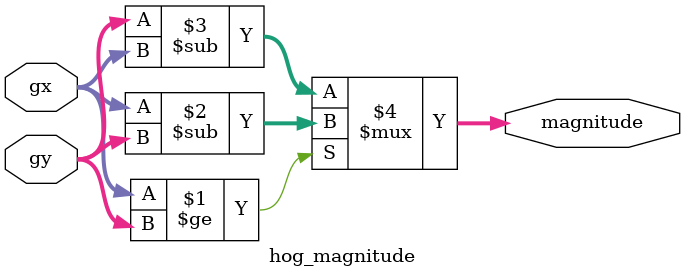
<source format=v>
module hog_magnitude #(
    parameter DATA_WIDTH = 8
) (
    input [DATA_WIDTH-1:0] gx, gy, 
    output [DATA_WIDTH-1:0] magnitude 
);

    assign magnitude = (gx >= gy)? gx - gy : gy - gx;

endmodule
</source>
